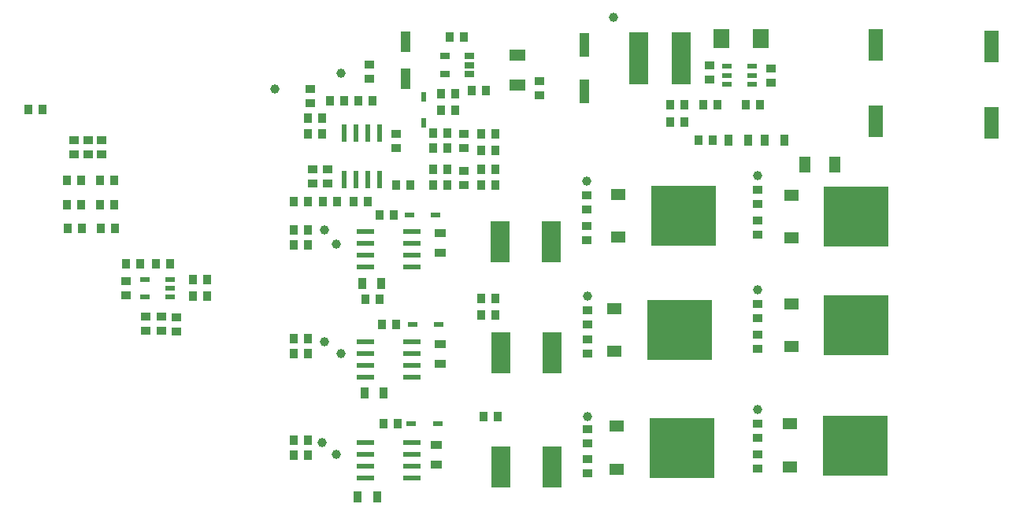
<source format=gtp>
G04*
G04 #@! TF.GenerationSoftware,Altium Limited,Altium Designer,19.0.15 (446)*
G04*
G04 Layer_Color=8421504*
%FSLAX24Y24*%
%MOIN*%
G70*
G01*
G75*
%ADD17R,0.0413X0.0866*%
%ADD18C,0.0394*%
%ADD19R,0.0354X0.0394*%
%ADD20R,0.0394X0.0354*%
%ADD21R,0.2756X0.2559*%
%ADD22R,0.0591X0.0496*%
%ADD23R,0.0394X0.0217*%
%ADD24R,0.0354X0.0512*%
%ADD25R,0.0736X0.0236*%
%ADD26R,0.0413X0.0197*%
%ADD27R,0.0512X0.0354*%
%ADD28R,0.0787X0.1772*%
%ADD29R,0.0697X0.0827*%
%ADD30R,0.0472X0.0709*%
%ADD31R,0.0787X0.2244*%
%ADD32R,0.0709X0.0472*%
%ADD33R,0.0413X0.1024*%
%ADD34R,0.0394X0.0276*%
%ADD35R,0.0197X0.0413*%
%ADD36R,0.0630X0.1378*%
%ADD37R,0.0236X0.0736*%
D17*
X18850Y18545D02*
D03*
Y20120D02*
D03*
D18*
X27652Y21150D02*
D03*
X26500Y14197D02*
D03*
X33750Y14450D02*
D03*
Y9600D02*
D03*
Y4550D02*
D03*
X26547Y4250D02*
D03*
X26550Y9350D02*
D03*
X15910Y2650D02*
D03*
X15300Y3150D02*
D03*
X16098Y6902D02*
D03*
X15410Y7400D02*
D03*
X15910Y11525D02*
D03*
X15410Y12150D02*
D03*
X13322Y18100D02*
D03*
X16100Y18791D02*
D03*
D19*
X2888Y17250D02*
D03*
X3488D02*
D03*
X5100Y14234D02*
D03*
X4500D02*
D03*
X5100Y13211D02*
D03*
X4500D02*
D03*
X5150Y12211D02*
D03*
X4550D02*
D03*
X6526Y14234D02*
D03*
X5926D02*
D03*
X6526Y13211D02*
D03*
X5926D02*
D03*
X6550Y12211D02*
D03*
X5950D02*
D03*
X31850Y15935D02*
D03*
X31250D02*
D03*
X7000Y10700D02*
D03*
X7600D02*
D03*
X8880D02*
D03*
X8280D02*
D03*
X10450Y10050D02*
D03*
X9850D02*
D03*
Y9350D02*
D03*
X10450D02*
D03*
X14700Y2600D02*
D03*
X14100D02*
D03*
X14700Y3248D02*
D03*
X14100D02*
D03*
X14700Y6902D02*
D03*
X14100D02*
D03*
X14700Y7543D02*
D03*
X14100D02*
D03*
X17900Y3950D02*
D03*
X18500D02*
D03*
X22150Y4250D02*
D03*
X22750D02*
D03*
X32050Y17450D02*
D03*
X31450D02*
D03*
X30650D02*
D03*
X30050D02*
D03*
X30650Y16700D02*
D03*
X30050D02*
D03*
X20700Y20300D02*
D03*
X21300D02*
D03*
X20950Y17916D02*
D03*
X20350D02*
D03*
X22252Y18053D02*
D03*
X21652D02*
D03*
X20950Y17200D02*
D03*
X20350D02*
D03*
X19042Y14050D02*
D03*
X18442D02*
D03*
X16250Y17600D02*
D03*
X15650D02*
D03*
X14700Y16862D02*
D03*
X15300D02*
D03*
Y16211D02*
D03*
X14700D02*
D03*
X14100Y13350D02*
D03*
X14700D02*
D03*
Y11500D02*
D03*
X14100D02*
D03*
X14700Y12150D02*
D03*
X14100D02*
D03*
X15338Y13350D02*
D03*
X15938D02*
D03*
X17250D02*
D03*
X16650D02*
D03*
X17850Y8150D02*
D03*
X18450D02*
D03*
X17150Y9200D02*
D03*
X17750D02*
D03*
X22061Y9225D02*
D03*
X22661D02*
D03*
X22061Y8550D02*
D03*
X22661D02*
D03*
X20000Y14050D02*
D03*
X20600D02*
D03*
X20000Y14700D02*
D03*
X20600D02*
D03*
X22050D02*
D03*
X22650D02*
D03*
X22050Y14050D02*
D03*
X22650D02*
D03*
X17440Y17600D02*
D03*
X16840D02*
D03*
X20000Y15611D02*
D03*
X20600D02*
D03*
X20000Y16250D02*
D03*
X20600D02*
D03*
X22050Y15500D02*
D03*
X22650D02*
D03*
X22050Y16200D02*
D03*
X22650D02*
D03*
X18350Y12787D02*
D03*
X17750D02*
D03*
X33850Y17450D02*
D03*
X33250D02*
D03*
D20*
X4800Y15350D02*
D03*
Y15950D02*
D03*
X5426Y15335D02*
D03*
Y15935D02*
D03*
X5976Y15335D02*
D03*
Y15935D02*
D03*
X26550Y3700D02*
D03*
Y3100D02*
D03*
X7000Y9974D02*
D03*
Y9374D02*
D03*
X9150Y7850D02*
D03*
Y8450D02*
D03*
X8500Y7862D02*
D03*
Y8462D02*
D03*
X7850Y7862D02*
D03*
Y8462D02*
D03*
X26550Y8750D02*
D03*
Y8150D02*
D03*
X31700Y18500D02*
D03*
Y19100D02*
D03*
X34300Y18975D02*
D03*
Y18375D02*
D03*
X24526Y18450D02*
D03*
Y17850D02*
D03*
X21306Y16211D02*
D03*
Y15611D02*
D03*
X21300Y14650D02*
D03*
Y14050D02*
D03*
X18450Y16200D02*
D03*
Y15600D02*
D03*
X17300Y19150D02*
D03*
Y18550D02*
D03*
X14800Y18100D02*
D03*
Y17500D02*
D03*
X15550Y14100D02*
D03*
Y14700D02*
D03*
X14900Y14100D02*
D03*
Y14700D02*
D03*
X26550Y2450D02*
D03*
Y1850D02*
D03*
Y7500D02*
D03*
Y6900D02*
D03*
X33750Y13250D02*
D03*
Y13850D02*
D03*
Y12550D02*
D03*
Y11950D02*
D03*
Y8399D02*
D03*
Y8999D02*
D03*
Y7700D02*
D03*
Y7100D02*
D03*
Y3350D02*
D03*
Y3950D02*
D03*
Y2650D02*
D03*
Y2050D02*
D03*
X26500Y12300D02*
D03*
Y11700D02*
D03*
Y12999D02*
D03*
Y13599D02*
D03*
D21*
X37928Y12700D02*
D03*
Y8100D02*
D03*
X37878Y3023D02*
D03*
X30450Y7900D02*
D03*
X30611Y12750D02*
D03*
X30550Y2923D02*
D03*
D22*
X35172Y13606D02*
D03*
Y11794D02*
D03*
Y9006D02*
D03*
Y7194D02*
D03*
X35122Y3929D02*
D03*
Y2118D02*
D03*
X27694Y8806D02*
D03*
Y6994D02*
D03*
X27855Y13656D02*
D03*
Y11844D02*
D03*
X27794Y2018D02*
D03*
Y3829D02*
D03*
D23*
X8863Y9300D02*
D03*
Y9674D02*
D03*
Y10048D02*
D03*
X7800D02*
D03*
Y9300D02*
D03*
X32450Y19059D02*
D03*
Y18685D02*
D03*
Y18311D02*
D03*
X33513D02*
D03*
Y18685D02*
D03*
Y19059D02*
D03*
D24*
X17100Y5231D02*
D03*
X17927D02*
D03*
X16823Y850D02*
D03*
X17650D02*
D03*
X34877Y15950D02*
D03*
X34050D02*
D03*
X33352D02*
D03*
X32525D02*
D03*
X17000Y9883D02*
D03*
X17827D02*
D03*
D25*
X19118Y3150D02*
D03*
Y2650D02*
D03*
X17140Y1650D02*
D03*
Y2150D02*
D03*
Y2650D02*
D03*
Y3150D02*
D03*
X19118Y2150D02*
D03*
Y1650D02*
D03*
Y12068D02*
D03*
Y11568D02*
D03*
X17140Y10568D02*
D03*
Y11068D02*
D03*
Y11568D02*
D03*
Y12068D02*
D03*
X19118Y11068D02*
D03*
Y10568D02*
D03*
Y5916D02*
D03*
Y6416D02*
D03*
X17140Y7416D02*
D03*
Y6916D02*
D03*
Y6416D02*
D03*
Y5916D02*
D03*
X19118Y6916D02*
D03*
Y7416D02*
D03*
D26*
X19096Y3950D02*
D03*
X20199D02*
D03*
X19150Y8150D02*
D03*
X20252D02*
D03*
X20102Y12787D02*
D03*
X19000D02*
D03*
D27*
X20150Y3050D02*
D03*
Y2223D02*
D03*
X20300Y12001D02*
D03*
Y11174D02*
D03*
Y6473D02*
D03*
Y7300D02*
D03*
D28*
X25057Y2100D02*
D03*
X22891D02*
D03*
X25007Y11650D02*
D03*
X22841D02*
D03*
X25057Y6950D02*
D03*
X22891D02*
D03*
D29*
X33877Y20250D02*
D03*
X32223Y20250D02*
D03*
D30*
X35740Y14900D02*
D03*
X37000D02*
D03*
D31*
X28728Y19400D02*
D03*
X30500D02*
D03*
D32*
X23595Y18272D02*
D03*
Y19532D02*
D03*
D33*
X26400Y19984D02*
D03*
Y18016D02*
D03*
D34*
X20525Y18750D02*
D03*
X21544Y19124D02*
D03*
Y18750D02*
D03*
Y19498D02*
D03*
X20525D02*
D03*
D35*
X19627Y16686D02*
D03*
Y17789D02*
D03*
D36*
X38750Y16736D02*
D03*
Y19964D02*
D03*
X43650Y16686D02*
D03*
Y19914D02*
D03*
D37*
X16250Y14270D02*
D03*
X16750D02*
D03*
X17750Y16249D02*
D03*
X17250D02*
D03*
X16750D02*
D03*
X16250D02*
D03*
X17250Y14270D02*
D03*
X17750D02*
D03*
M02*

</source>
